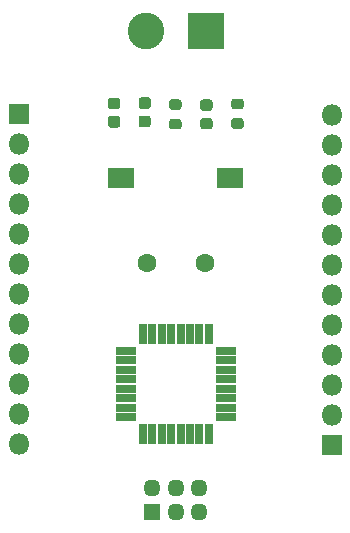
<source format=gbr>
%TF.GenerationSoftware,KiCad,Pcbnew,(5.1.6)-1*%
%TF.CreationDate,2020-10-29T20:04:16+01:00*%
%TF.ProjectId,atmega8breakeout,61746d65-6761-4386-9272-65616b656f75,rev?*%
%TF.SameCoordinates,Original*%
%TF.FileFunction,Soldermask,Top*%
%TF.FilePolarity,Negative*%
%FSLAX46Y46*%
G04 Gerber Fmt 4.6, Leading zero omitted, Abs format (unit mm)*
G04 Created by KiCad (PCBNEW (5.1.6)-1) date 2020-10-29 20:04:16*
%MOMM*%
%LPD*%
G01*
G04 APERTURE LIST*
%ADD10R,0.650000X1.700000*%
%ADD11R,1.700000X0.650000*%
%ADD12R,3.100000X3.100000*%
%ADD13C,3.100000*%
%ADD14R,2.280000X1.700000*%
%ADD15C,1.600000*%
%ADD16R,1.800000X1.800000*%
%ADD17O,1.800000X1.800000*%
%ADD18R,1.450000X1.450000*%
%ADD19O,1.450000X1.450000*%
G04 APERTURE END LIST*
D10*
%TO.C,U1*%
X159405000Y-72870000D03*
X158605000Y-72870000D03*
X157805000Y-72870000D03*
X157005000Y-72870000D03*
X156205000Y-72870000D03*
X155405000Y-72870000D03*
X154605000Y-72870000D03*
X153805000Y-72870000D03*
D11*
X152355000Y-74320000D03*
X152355000Y-75120000D03*
X152355000Y-75920000D03*
X152355000Y-76720000D03*
X152355000Y-77520000D03*
X152355000Y-78320000D03*
X152355000Y-79120000D03*
X152355000Y-79920000D03*
D10*
X153805000Y-81370000D03*
X154605000Y-81370000D03*
X155405000Y-81370000D03*
X156205000Y-81370000D03*
X157005000Y-81370000D03*
X157805000Y-81370000D03*
X158605000Y-81370000D03*
X159405000Y-81370000D03*
D11*
X160855000Y-79920000D03*
X160855000Y-79120000D03*
X160855000Y-78320000D03*
X160855000Y-77520000D03*
X160855000Y-76720000D03*
X160855000Y-75920000D03*
X160855000Y-75120000D03*
X160855000Y-74320000D03*
%TD*%
D12*
%TO.C,J1*%
X159145000Y-47230000D03*
D13*
X154065000Y-47230000D03*
%TD*%
D14*
%TO.C,SW1*%
X152000000Y-59710000D03*
X161180000Y-59710000D03*
%TD*%
%TO.C,C1*%
G36*
G01*
X154250000Y-55385000D02*
X153700000Y-55385000D01*
G75*
G02*
X153450000Y-55135000I0J250000D01*
G01*
X153450000Y-54635000D01*
G75*
G02*
X153700000Y-54385000I250000J0D01*
G01*
X154250000Y-54385000D01*
G75*
G02*
X154500000Y-54635000I0J-250000D01*
G01*
X154500000Y-55135000D01*
G75*
G02*
X154250000Y-55385000I-250000J0D01*
G01*
G37*
G36*
G01*
X154250000Y-53835000D02*
X153700000Y-53835000D01*
G75*
G02*
X153450000Y-53585000I0J250000D01*
G01*
X153450000Y-53085000D01*
G75*
G02*
X153700000Y-52835000I250000J0D01*
G01*
X154250000Y-52835000D01*
G75*
G02*
X154500000Y-53085000I0J-250000D01*
G01*
X154500000Y-53585000D01*
G75*
G02*
X154250000Y-53835000I-250000J0D01*
G01*
G37*
%TD*%
%TO.C,C2*%
G36*
G01*
X151660000Y-53865000D02*
X151110000Y-53865000D01*
G75*
G02*
X150860000Y-53615000I0J250000D01*
G01*
X150860000Y-53115000D01*
G75*
G02*
X151110000Y-52865000I250000J0D01*
G01*
X151660000Y-52865000D01*
G75*
G02*
X151910000Y-53115000I0J-250000D01*
G01*
X151910000Y-53615000D01*
G75*
G02*
X151660000Y-53865000I-250000J0D01*
G01*
G37*
G36*
G01*
X151660000Y-55415000D02*
X151110000Y-55415000D01*
G75*
G02*
X150860000Y-55165000I0J250000D01*
G01*
X150860000Y-54665000D01*
G75*
G02*
X151110000Y-54415000I250000J0D01*
G01*
X151660000Y-54415000D01*
G75*
G02*
X151910000Y-54665000I0J-250000D01*
G01*
X151910000Y-55165000D01*
G75*
G02*
X151660000Y-55415000I-250000J0D01*
G01*
G37*
%TD*%
%TO.C,D1*%
G36*
G01*
X159476250Y-55565000D02*
X158913750Y-55565000D01*
G75*
G02*
X158670000Y-55321250I0J243750D01*
G01*
X158670000Y-54833750D01*
G75*
G02*
X158913750Y-54590000I243750J0D01*
G01*
X159476250Y-54590000D01*
G75*
G02*
X159720000Y-54833750I0J-243750D01*
G01*
X159720000Y-55321250D01*
G75*
G02*
X159476250Y-55565000I-243750J0D01*
G01*
G37*
G36*
G01*
X159476250Y-53990000D02*
X158913750Y-53990000D01*
G75*
G02*
X158670000Y-53746250I0J243750D01*
G01*
X158670000Y-53258750D01*
G75*
G02*
X158913750Y-53015000I243750J0D01*
G01*
X159476250Y-53015000D01*
G75*
G02*
X159720000Y-53258750I0J-243750D01*
G01*
X159720000Y-53746250D01*
G75*
G02*
X159476250Y-53990000I-243750J0D01*
G01*
G37*
%TD*%
%TO.C,R1*%
G36*
G01*
X161525000Y-52965000D02*
X162125000Y-52965000D01*
G75*
G02*
X162350000Y-53190000I0J-225000D01*
G01*
X162350000Y-53640000D01*
G75*
G02*
X162125000Y-53865000I-225000J0D01*
G01*
X161525000Y-53865000D01*
G75*
G02*
X161300000Y-53640000I0J225000D01*
G01*
X161300000Y-53190000D01*
G75*
G02*
X161525000Y-52965000I225000J0D01*
G01*
G37*
G36*
G01*
X161525000Y-54615000D02*
X162125000Y-54615000D01*
G75*
G02*
X162350000Y-54840000I0J-225000D01*
G01*
X162350000Y-55290000D01*
G75*
G02*
X162125000Y-55515000I-225000J0D01*
G01*
X161525000Y-55515000D01*
G75*
G02*
X161300000Y-55290000I0J225000D01*
G01*
X161300000Y-54840000D01*
G75*
G02*
X161525000Y-54615000I225000J0D01*
G01*
G37*
%TD*%
%TO.C,R2*%
G36*
G01*
X156865000Y-53915000D02*
X156265000Y-53915000D01*
G75*
G02*
X156040000Y-53690000I0J225000D01*
G01*
X156040000Y-53240000D01*
G75*
G02*
X156265000Y-53015000I225000J0D01*
G01*
X156865000Y-53015000D01*
G75*
G02*
X157090000Y-53240000I0J-225000D01*
G01*
X157090000Y-53690000D01*
G75*
G02*
X156865000Y-53915000I-225000J0D01*
G01*
G37*
G36*
G01*
X156865000Y-55565000D02*
X156265000Y-55565000D01*
G75*
G02*
X156040000Y-55340000I0J225000D01*
G01*
X156040000Y-54890000D01*
G75*
G02*
X156265000Y-54665000I225000J0D01*
G01*
X156865000Y-54665000D01*
G75*
G02*
X157090000Y-54890000I0J-225000D01*
G01*
X157090000Y-55340000D01*
G75*
G02*
X156865000Y-55565000I-225000J0D01*
G01*
G37*
%TD*%
D15*
%TO.C,Y1*%
X159040000Y-66850000D03*
X154160000Y-66850000D03*
%TD*%
D16*
%TO.C,J2*%
X143330000Y-54260000D03*
D17*
X143330000Y-56800000D03*
X143330000Y-59340000D03*
X143330000Y-61880000D03*
X143330000Y-64420000D03*
X143330000Y-66960000D03*
X143330000Y-69500000D03*
X143330000Y-72040000D03*
X143330000Y-74580000D03*
X143330000Y-77120000D03*
X143330000Y-79660000D03*
X143330000Y-82200000D03*
%TD*%
%TO.C,J3*%
X169800000Y-54350000D03*
X169800000Y-56890000D03*
X169800000Y-59430000D03*
X169800000Y-61970000D03*
X169800000Y-64510000D03*
X169800000Y-67050000D03*
X169800000Y-69590000D03*
X169800000Y-72130000D03*
X169800000Y-74670000D03*
X169800000Y-77210000D03*
X169800000Y-79750000D03*
D16*
X169800000Y-82290000D03*
%TD*%
D18*
%TO.C,J4*%
X154605000Y-87930000D03*
D19*
X154605000Y-85930000D03*
X156605000Y-87930000D03*
X156605000Y-85930000D03*
X158605000Y-87930000D03*
X158605000Y-85930000D03*
%TD*%
M02*

</source>
